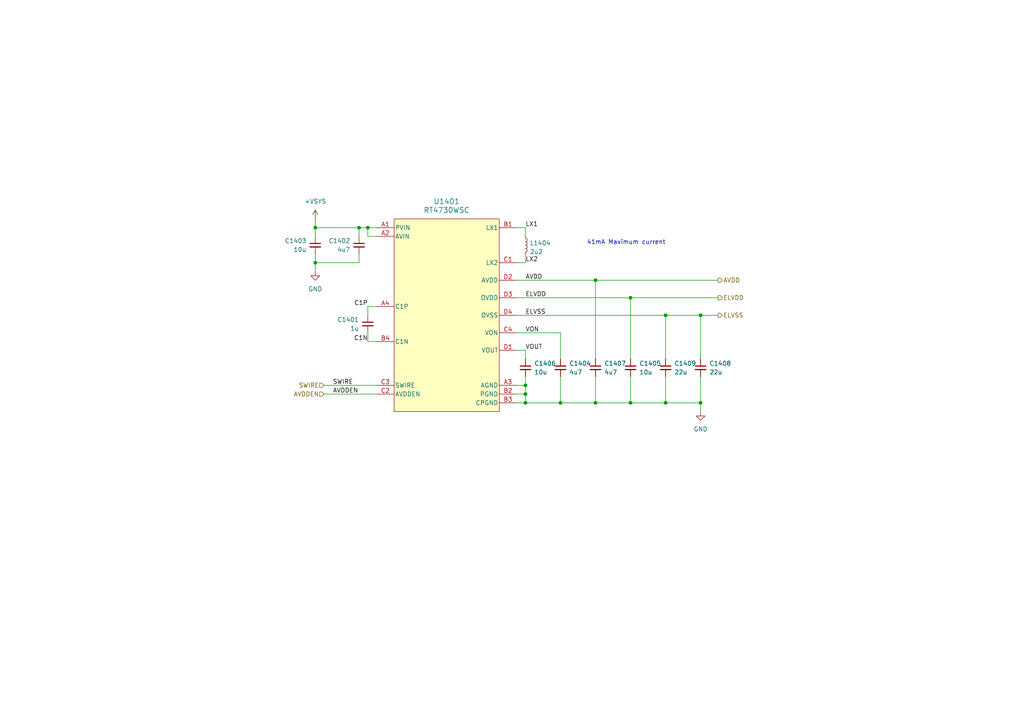
<source format=kicad_sch>
(kicad_sch (version 20230121) (generator eeschema)
  (paper "A4")
  (title_block (title "Watch Display Power") (rev "2"))
  (lib_symbols
    (symbol "Device:C_Small" (pin_numbers hide) (pin_names (offset 0.254) hide)
      (property "Reference" "C" (at 0.254 1.778 0))
      (property "Value" "C_Small" (at 0.254 -2.032 0))
      (symbol "C_Small_0_1"
        (polyline (pts (xy -1.524 -0.508) (xy 1.524 -0.508)) (stroke (width 0.3302)))
        (polyline (pts (xy -1.524 0.508) (xy 1.524 0.508)) (stroke (width 0.3048)))
      )
      (symbol "C_Small_1_1"
        (pin passive line (at 0 2.54 270) (length 2.032) (name "~") (number "1"))
        (pin passive line (at 0 -2.54 90) (length 2.032) (name "~") (number "2"))
      )
    )
    (symbol "Device:L_Small" (pin_numbers hide) (pin_names (offset 0.254) hide)
      (property "Reference" "L" (at 0.762 1.016 0))
      (property "Value" "L_Small" (at 0.762 -1.016 0))
      (symbol "L_Small_0_1"
        (arc (start 0 -2.032) (mid 0.5058 -1.524) (end 0 -1.016))
        (arc (start 0 -1.016) (mid 0.5058 -0.508) (end 0 0))
        (arc (start 0 0) (mid 0.5058 0.508) (end 0 1.016))
        (arc (start 0 1.016) (mid 0.5058 1.524) (end 0 2.032))
      )
      (symbol "L_Small_1_1"
        (pin passive line (at 0 2.54 270) (length 0.508) (name "~") (number "1"))
        (pin passive line (at 0 -2.54 90) (length 0.508) (name "~") (number "2"))
      )
    )
    (symbol "RT4730WSC:RT4730WSC" (pin_names (offset 0.254))
      (property "Reference" "U" (at 0 25.4 0))
      (property "Value" "RT4730WSC" (at 0 22.86 0))
      (symbol "RT4730WSC_0_1"
        (pin power_in line (at -20.32 17.78 0) (length 5.08) (name "PVIN") (number "A1"))
        (pin power_in line (at -20.32 15.24 0) (length 5.08) (name "AVIN") (number "A2"))
        (pin power_out line (at 20.32 -27.94 180) (length 5.08) (name "AGND") (number "A3"))
        (pin bidirectional line (at 20.32 17.78 180) (length 5.08) (name "LX1") (number "B1"))
        (pin power_out line (at 20.32 -30.48 180) (length 5.08) (name "PGND") (number "B2"))
        (pin power_out line (at 20.32 -33.02 180) (length 5.08) (name "CPGND") (number "B3"))
        (pin bidirectional line (at 20.32 7.62 180) (length 5.08) (name "LX2") (number "C1"))
        (pin power_in line (at -20.32 -30.48 0) (length 5.08) (name "AVDDEN") (number "C2"))
        (pin unspecified line (at -20.32 -27.94 0) (length 5.08) (name "SWIRE") (number "C3"))
        (pin output line (at 20.32 -12.7 180) (length 5.08) (name "VON") (number "C4"))
        (pin output line (at 20.32 -17.78 180) (length 5.08) (name "VOUT") (number "D1"))
        (pin output line (at 20.32 2.54 180) (length 5.08) (name "AVDD") (number "D2"))
        (pin output line (at 20.32 -2.54 180) (length 5.08) (name "OVDD") (number "D3"))
        (pin output line (at 20.32 -7.62 180) (length 5.08) (name "OVSS") (number "D4"))
      )
      (symbol "RT4730WSC_1_1"
        (rectangle (start -15.24 20.32) (end 15.24 -35.56) (fill (type background)))
        (pin unspecified line (at -20.32 -5.08 0) (length 5.08) (name "C1P") (number "A4"))
        (pin unspecified line (at -20.32 -15.24 0) (length 5.08) (name "C1N") (number "B4"))
      )
    )
    (symbol "power:GND" (power) (pin_names (offset 0))
      (property "Value" "GND" (at 0 -3.81 0))
      (symbol "GND_0_1"
        (polyline (pts (xy 0 0) (xy 0 -1.27) (xy 1.27 -1.27) (xy 0 -2.54) (xy -1.27 -1.27) (xy 0 -1.27)))
      )
      (symbol "GND_1_1"
        (pin power_in line (at 0 0 270) (length 0) hide (name "GND") (number "1"))
      )
    )
    (symbol "watch_symbols_lib:+VSYS" (power) (pin_names (offset 0))
      (property "Value" "+VSYS" (at 0 3.556 0))
      (symbol "+VSYS_0_1"
        (polyline (pts (xy -0.762 1.27) (xy 0 2.54)))
        (polyline (pts (xy 0 0) (xy 0 2.54)))
        (polyline (pts (xy 0 2.54) (xy 0.762 1.27)))
      )
      (symbol "+VSYS_1_1"
        (pin power_in line (at 0 0 90) (length 0) hide (name "+VSYS") (number "1"))
      )
    )
  )
  (junction (at 162.56 116.84))
  (junction (at 182.88 86.36))
  (junction (at 104.14 66.04))
  (junction (at 91.44 66.04))
  (junction (at 152.4 111.76))
  (junction (at 193.04 116.84))
  (junction (at 203.2 116.84))
  (junction (at 172.72 81.28))
  (junction (at 152.4 114.3))
  (junction (at 91.44 76.2))
  (junction (at 182.88 116.84))
  (junction (at 203.2 91.44))
  (junction (at 106.68 66.04))
  (junction (at 152.4 116.84))
  (junction (at 172.72 116.84))
  (junction (at 193.04 91.44))
  (wire (pts (xy 149.86 96.52) (xy 162.56 96.52)))
  (wire (pts (xy 193.04 91.44) (xy 149.86 91.44)))
  (wire (pts (xy 208.28 91.44) (xy 203.2 91.44)))
  (wire (pts (xy 149.86 114.3) (xy 152.4 114.3)))
  (wire (pts (xy 203.2 91.44) (xy 193.04 91.44)))
  (wire (pts (xy 152.4 111.76) (xy 152.4 109.22)))
  (wire (pts (xy 172.72 116.84) (xy 162.56 116.84)))
  (wire (pts (xy 203.2 116.84) (xy 203.2 119.38)))
  (wire (pts (xy 93.98 114.3) (xy 109.22 114.3)))
  (wire (pts (xy 109.22 68.58) (xy 106.68 68.58)))
  (wire (pts (xy 106.68 96.52) (xy 106.68 99.06)))
  (wire (pts (xy 152.4 114.3) (xy 152.4 111.76)))
  (wire (pts (xy 162.56 109.22) (xy 162.56 116.84)))
  (wire (pts (xy 152.4 104.14) (xy 152.4 101.6)))
  (wire (pts (xy 172.72 81.28) (xy 149.86 81.28)))
  (wire (pts (xy 104.14 76.2) (xy 104.14 73.66)))
  (wire (pts (xy 193.04 109.22) (xy 193.04 116.84)))
  (wire (pts (xy 106.68 88.9) (xy 109.22 88.9)))
  (wire (pts (xy 182.88 86.36) (xy 208.28 86.36)))
  (wire (pts (xy 149.86 116.84) (xy 152.4 116.84)))
  (wire (pts (xy 152.4 73.66) (xy 152.4 76.2)))
  (wire (pts (xy 152.4 66.04) (xy 149.86 66.04)))
  (wire (pts (xy 193.04 116.84) (xy 182.88 116.84)))
  (wire (pts (xy 91.44 63.5) (xy 91.44 66.04)))
  (wire (pts (xy 149.86 111.76) (xy 152.4 111.76)))
  (wire (pts (xy 193.04 91.44) (xy 193.04 104.14)))
  (wire (pts (xy 91.44 68.58) (xy 91.44 66.04)))
  (wire (pts (xy 152.4 68.58) (xy 152.4 66.04)))
  (wire (pts (xy 182.88 104.14) (xy 182.88 86.36)))
  (wire (pts (xy 203.2 91.44) (xy 203.2 104.14)))
  (wire (pts (xy 91.44 76.2) (xy 104.14 76.2)))
  (wire (pts (xy 106.68 91.44) (xy 106.68 88.9)))
  (wire (pts (xy 208.28 81.28) (xy 172.72 81.28)))
  (wire (pts (xy 172.72 81.28) (xy 172.72 104.14)))
  (wire (pts (xy 172.72 109.22) (xy 172.72 116.84)))
  (wire (pts (xy 203.2 116.84) (xy 193.04 116.84)))
  (wire (pts (xy 104.14 68.58) (xy 104.14 66.04)))
  (wire (pts (xy 106.68 99.06) (xy 109.22 99.06)))
  (wire (pts (xy 91.44 76.2) (xy 91.44 78.74)))
  (wire (pts (xy 162.56 96.52) (xy 162.56 104.14)))
  (wire (pts (xy 182.88 116.84) (xy 172.72 116.84)))
  (wire (pts (xy 203.2 109.22) (xy 203.2 116.84)))
  (wire (pts (xy 152.4 116.84) (xy 152.4 114.3)))
  (wire (pts (xy 149.86 86.36) (xy 182.88 86.36)))
  (wire (pts (xy 106.68 66.04) (xy 106.68 68.58)))
  (wire (pts (xy 162.56 116.84) (xy 152.4 116.84)))
  (wire (pts (xy 149.86 101.6) (xy 152.4 101.6)))
  (wire (pts (xy 104.14 66.04) (xy 106.68 66.04)))
  (wire (pts (xy 91.44 66.04) (xy 104.14 66.04)))
  (wire (pts (xy 182.88 109.22) (xy 182.88 116.84)))
  (wire (pts (xy 93.98 111.76) (xy 109.22 111.76)))
  (wire (pts (xy 91.44 73.66) (xy 91.44 76.2)))
  (wire (pts (xy 152.4 76.2) (xy 149.86 76.2)))
  (wire (pts (xy 106.68 66.04) (xy 109.22 66.04)))
  (text "41mA Maximum current" (at 170.18 71.12 0) (effects (font (size 1.27 1.27)) (justify left bottom)))
  (label "LX2" (at 152.4 76.2 0))
  (label "VON" (at 152.4 96.52 0))
  (label "ELVDD" (at 152.4 86.36 0))
  (label "C1P" (at 106.68 88.9 180))
  (label "VOUT" (at 152.4 101.6 0))
  (label "ELVSS" (at 152.4 91.44 0))
  (label "SWIRE" (at 96.52 111.76 0))
  (label "AVDDEN" (at 96.52 114.3 0))
  (label "LX1" (at 152.4 66.04 0))
  (label "C1N" (at 106.68 99.06 180))
  (label "AVDD" (at 152.4 81.28 0))
  (hierarchical_label "AVDD" (shape output) (at 208.28 81.28 0))
  (hierarchical_label "AVDDEN" (shape input) (at 93.98 114.3 180))
  (hierarchical_label "ELVSS" (shape output) (at 208.28 91.44 0))
  (hierarchical_label "SWIRE" (shape input) (at 93.98 111.76 180))
  (hierarchical_label "ELVDD" (shape output) (at 208.28 86.36 0))
  (symbol (lib_id "Device:C_Small") (at 162.56 106.68 0) (mirror y) (unit 1)
    (property "Reference" "C1404" (at 165.1 105.4163 0) (effects (justify right)))
    (property "Value" "4u7" (at 165.1 107.9563 0) (effects (justify right)))
    (property "Footprint" "Capacitor_SMD:C_0402_1005Metric" (effects hide))
    (instances (project "watch_main" (path "" (reference "C1404") (unit 1)) (path "" (reference "C1801") (unit 1))))
  )
  (symbol (lib_id "Device:C_Small") (at 203.2 106.68 0) (mirror y) (unit 1)
    (property "Reference" "C1408" (at 205.74 105.4163 0) (effects (justify right)))
    (property "Value" "22u" (at 205.74 107.9563 0) (effects (justify right)))
    (property "Footprint" "Capacitor_SMD:C_0402_1005Metric" (effects hide))
    (instances (project "watch_main" (path "" (reference "C1408") (unit 1)) (path "" (reference "C1801") (unit 1))))
  )
  (symbol (lib_id "RT4730WSC:RT4730WSC") (at 129.54 83.82 0) (unit 1)
    (property "Reference" "U1401" (at 129.54 58.42 0) (effects (font (size 1.524 1.524))))
    (property "Value" "RT4730WSC" (at 129.54 60.96 0) (effects (font (size 1.524 1.524))))
    (property "Footprint" "watch_footprints:RT4730WSC" (effects hide))
    (property "Datasheet" "https://www.mouser.co.uk/datasheet/2/1458/DS4730_05-3104696.pdf" (effects hide))
  )
  (symbol (lib_id "Device:C_Small") (at 172.72 106.68 0) (mirror y) (unit 1)
    (property "Reference" "C1407" (at 175.26 105.4163 0) (effects (justify right)))
    (property "Value" "4u7" (at 175.26 107.9563 0) (effects (justify right)))
    (property "Footprint" "Capacitor_SMD:C_0402_1005Metric" (effects hide))
    (instances (project "watch_main" (path "" (reference "C1407") (unit 1)) (path "" (reference "C1801") (unit 1))))
  )
  (symbol (lib_id "Device:C_Small") (at 91.44 71.12 0) (unit 1)
    (property "Reference" "C1403" (at 88.9 69.8563 0) (effects (justify right)))
    (property "Value" "10u" (at 88.9 72.3963 0) (effects (justify right)))
    (property "Footprint" "Capacitor_SMD:C_0402_1005Metric" (effects hide))
    (instances (project "watch_main" (path "" (reference "C1403") (unit 1)) (path "" (reference "C1801") (unit 1))))
  )
  (symbol (lib_id "Device:L_Small") (at 152.4 71.12 0) (unit 1)
    (property "Reference" "L1404" (at 153.67 70.485 0) (effects (justify left)))
    (property "Value" "2u2" (at 153.67 73.025 0) (effects (justify left)))
    (property "Footprint" "Inductor_SMD:L_Murata_DFE201610P" (effects hide))
  )
  (symbol (lib_id "watch_symbols_lib:+VSYS") (at 91.44 63.5 0) (unit 1)
    (property "Reference" "#PWR01409" (effects hide))
    (property "Value" "+VSYS" (at 91.44 58.42 0))
    (instances (project "watch_main" (path "" (reference "#PWR01409") (unit 1)) (path "" (reference "#PWR01801") (unit 1))))
  )
  (symbol (lib_id "Device:C_Small") (at 104.14 71.12 0) (unit 1)
    (property "Reference" "C1402" (at 101.6 69.8563 0) (effects (justify right)))
    (property "Value" "4u7" (at 101.6 72.3963 0) (effects (justify right)))
    (property "Footprint" "Capacitor_SMD:C_0402_1005Metric" (effects hide))
    (instances (project "watch_main" (path "" (reference "C1402") (unit 1)) (path "" (reference "C1801") (unit 1))))
  )
  (symbol (lib_id "power:GND") (at 203.2 119.38 0) (unit 1)
    (property "Reference" "#PWR01402" (effects hide))
    (property "Value" "GND" (at 203.2 124.46 0))
  )
  (symbol (lib_id "Device:C_Small") (at 152.4 106.68 0) (mirror y) (unit 1)
    (property "Reference" "C1406" (at 154.94 105.4163 0) (effects (justify right)))
    (property "Value" "10u" (at 154.94 107.9563 0) (effects (justify right)))
    (property "Footprint" "Capacitor_SMD:C_0402_1005Metric" (effects hide))
    (instances (project "watch_main" (path "" (reference "C1406") (unit 1)) (path "" (reference "C1801") (unit 1))))
  )
  (symbol (lib_id "Device:C_Small") (at 193.04 106.68 0) (mirror y) (unit 1)
    (property "Reference" "C1409" (at 195.58 105.4163 0) (effects (justify right)))
    (property "Value" "22u" (at 195.58 107.9563 0) (effects (justify right)))
    (property "Footprint" "Capacitor_SMD:C_0402_1005Metric" (effects hide))
    (instances (project "watch_main" (path "" (reference "C1409") (unit 1)) (path "" (reference "C1801") (unit 1))))
  )
  (symbol (lib_id "Device:C_Small") (at 106.68 93.98 0) (unit 1)
    (property "Reference" "C1401" (at 104.14 92.7163 0) (effects (justify right)))
    (property "Value" "1u" (at 104.14 95.2563 0) (effects (justify right)))
    (property "Footprint" "Capacitor_SMD:C_0402_1005Metric" (effects hide))
    (instances (project "watch_main" (path "" (reference "C1401") (unit 1)) (path "" (reference "C1801") (unit 1))))
  )
  (symbol (lib_id "Device:C_Small") (at 182.88 106.68 0) (mirror y) (unit 1)
    (property "Reference" "C1405" (at 185.42 105.4163 0) (effects (justify right)))
    (property "Value" "10u" (at 185.42 107.9563 0) (effects (justify right)))
    (property "Footprint" "Capacitor_SMD:C_0402_1005Metric" (effects hide))
    (instances (project "watch_main" (path "" (reference "C1405") (unit 1)) (path "" (reference "C1801") (unit 1))))
  )
  (symbol (lib_id "power:GND") (at 91.44 78.74 0) (unit 1)
    (property "Reference" "#PWR01401" (effects hide))
    (property "Value" "GND" (at 91.44 83.82 0))
  )
)
</source>
